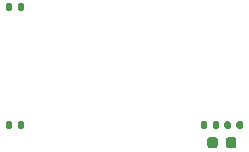
<source format=gbr>
%TF.GenerationSoftware,KiCad,Pcbnew,(5.1.12-1-10_14)*%
%TF.CreationDate,2022-08-29T02:47:29+08:00*%
%TF.ProjectId,0102_USB-C,30313032-5f55-4534-922d-432e6b696361,rev?*%
%TF.SameCoordinates,Original*%
%TF.FileFunction,Paste,Top*%
%TF.FilePolarity,Positive*%
%FSLAX46Y46*%
G04 Gerber Fmt 4.6, Leading zero omitted, Abs format (unit mm)*
G04 Created by KiCad (PCBNEW (5.1.12-1-10_14)) date 2022-08-29 02:47:29*
%MOMM*%
%LPD*%
G01*
G04 APERTURE LIST*
G04 APERTURE END LIST*
%TO.C,R4*%
G36*
G01*
X10040000Y17115000D02*
X10040000Y17485000D01*
G75*
G02*
X10175000Y17620000I135000J0D01*
G01*
X10445000Y17620000D01*
G75*
G02*
X10580000Y17485000I0J-135000D01*
G01*
X10580000Y17115000D01*
G75*
G02*
X10445000Y16980000I-135000J0D01*
G01*
X10175000Y16980000D01*
G75*
G02*
X10040000Y17115000I0J135000D01*
G01*
G37*
G36*
G01*
X9020000Y17115000D02*
X9020000Y17485000D01*
G75*
G02*
X9155000Y17620000I135000J0D01*
G01*
X9425000Y17620000D01*
G75*
G02*
X9560000Y17485000I0J-135000D01*
G01*
X9560000Y17115000D01*
G75*
G02*
X9425000Y16980000I-135000J0D01*
G01*
X9155000Y16980000D01*
G75*
G02*
X9020000Y17115000I0J135000D01*
G01*
G37*
%TD*%
%TO.C,R3*%
G36*
G01*
X9560000Y7485000D02*
X9560000Y7115000D01*
G75*
G02*
X9425000Y6980000I-135000J0D01*
G01*
X9155000Y6980000D01*
G75*
G02*
X9020000Y7115000I0J135000D01*
G01*
X9020000Y7485000D01*
G75*
G02*
X9155000Y7620000I135000J0D01*
G01*
X9425000Y7620000D01*
G75*
G02*
X9560000Y7485000I0J-135000D01*
G01*
G37*
G36*
G01*
X10580000Y7485000D02*
X10580000Y7115000D01*
G75*
G02*
X10445000Y6980000I-135000J0D01*
G01*
X10175000Y6980000D01*
G75*
G02*
X10040000Y7115000I0J135000D01*
G01*
X10040000Y7485000D01*
G75*
G02*
X10175000Y7620000I135000J0D01*
G01*
X10445000Y7620000D01*
G75*
G02*
X10580000Y7485000I0J-135000D01*
G01*
G37*
%TD*%
%TO.C,R2*%
G36*
G01*
X26060000Y7485000D02*
X26060000Y7115000D01*
G75*
G02*
X25925000Y6980000I-135000J0D01*
G01*
X25655000Y6980000D01*
G75*
G02*
X25520000Y7115000I0J135000D01*
G01*
X25520000Y7485000D01*
G75*
G02*
X25655000Y7620000I135000J0D01*
G01*
X25925000Y7620000D01*
G75*
G02*
X26060000Y7485000I0J-135000D01*
G01*
G37*
G36*
G01*
X27080000Y7485000D02*
X27080000Y7115000D01*
G75*
G02*
X26945000Y6980000I-135000J0D01*
G01*
X26675000Y6980000D01*
G75*
G02*
X26540000Y7115000I0J135000D01*
G01*
X26540000Y7485000D01*
G75*
G02*
X26675000Y7620000I135000J0D01*
G01*
X26945000Y7620000D01*
G75*
G02*
X27080000Y7485000I0J-135000D01*
G01*
G37*
%TD*%
%TO.C,R1*%
G36*
G01*
X28060000Y7485000D02*
X28060000Y7115000D01*
G75*
G02*
X27925000Y6980000I-135000J0D01*
G01*
X27655000Y6980000D01*
G75*
G02*
X27520000Y7115000I0J135000D01*
G01*
X27520000Y7485000D01*
G75*
G02*
X27655000Y7620000I135000J0D01*
G01*
X27925000Y7620000D01*
G75*
G02*
X28060000Y7485000I0J-135000D01*
G01*
G37*
G36*
G01*
X29080000Y7485000D02*
X29080000Y7115000D01*
G75*
G02*
X28945000Y6980000I-135000J0D01*
G01*
X28675000Y6980000D01*
G75*
G02*
X28540000Y7115000I0J135000D01*
G01*
X28540000Y7485000D01*
G75*
G02*
X28675000Y7620000I135000J0D01*
G01*
X28945000Y7620000D01*
G75*
G02*
X29080000Y7485000I0J-135000D01*
G01*
G37*
%TD*%
%TO.C,D1*%
G36*
G01*
X26950000Y6056250D02*
X26950000Y5543750D01*
G75*
G02*
X26731250Y5325000I-218750J0D01*
G01*
X26293750Y5325000D01*
G75*
G02*
X26075000Y5543750I0J218750D01*
G01*
X26075000Y6056250D01*
G75*
G02*
X26293750Y6275000I218750J0D01*
G01*
X26731250Y6275000D01*
G75*
G02*
X26950000Y6056250I0J-218750D01*
G01*
G37*
G36*
G01*
X28525000Y6056250D02*
X28525000Y5543750D01*
G75*
G02*
X28306250Y5325000I-218750J0D01*
G01*
X27868750Y5325000D01*
G75*
G02*
X27650000Y5543750I0J218750D01*
G01*
X27650000Y6056250D01*
G75*
G02*
X27868750Y6275000I218750J0D01*
G01*
X28306250Y6275000D01*
G75*
G02*
X28525000Y6056250I0J-218750D01*
G01*
G37*
%TD*%
M02*

</source>
